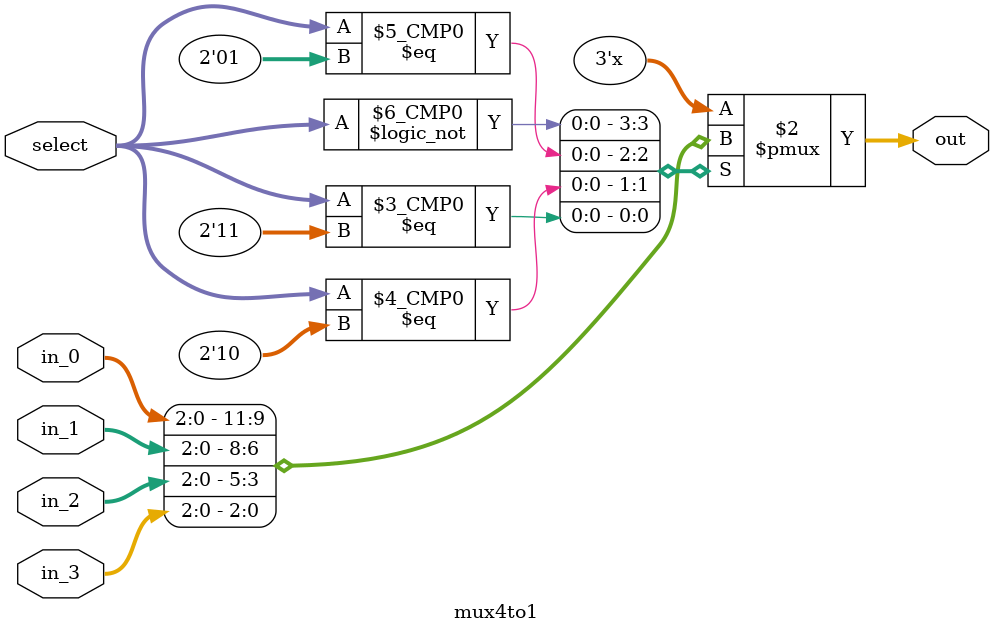
<source format=v>
module mux4to1 #(parameter W=3)(out, in_0, in_1, in_2, in_3, select);


output reg [W-1:0] out;
input [W-1:0] in_0, in_1, in_2, in_3;
input [1:0] select;

always @(in_0, in_1, in_2, in_3, select)

	case(select)
	2'b00: out = in_0;
	2'b01: out = in_1;
	2'b10: out = in_2;
	2'b11: out = in_3;
	endcase

endmodule
</source>
